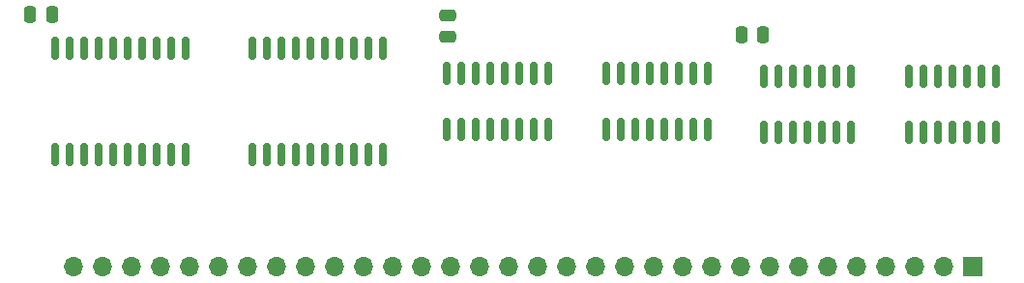
<source format=gbr>
%TF.GenerationSoftware,KiCad,Pcbnew,(6.0.0-0)*%
%TF.CreationDate,2022-10-19T21:29:51-04:00*%
%TF.ProjectId,CPU-Instruction-Decoder,4350552d-496e-4737-9472-756374696f6e,rev?*%
%TF.SameCoordinates,Original*%
%TF.FileFunction,Soldermask,Top*%
%TF.FilePolarity,Negative*%
%FSLAX46Y46*%
G04 Gerber Fmt 4.6, Leading zero omitted, Abs format (unit mm)*
G04 Created by KiCad (PCBNEW (6.0.0-0)) date 2022-10-19 21:29:51*
%MOMM*%
%LPD*%
G01*
G04 APERTURE LIST*
G04 Aperture macros list*
%AMRoundRect*
0 Rectangle with rounded corners*
0 $1 Rounding radius*
0 $2 $3 $4 $5 $6 $7 $8 $9 X,Y pos of 4 corners*
0 Add a 4 corners polygon primitive as box body*
4,1,4,$2,$3,$4,$5,$6,$7,$8,$9,$2,$3,0*
0 Add four circle primitives for the rounded corners*
1,1,$1+$1,$2,$3*
1,1,$1+$1,$4,$5*
1,1,$1+$1,$6,$7*
1,1,$1+$1,$8,$9*
0 Add four rect primitives between the rounded corners*
20,1,$1+$1,$2,$3,$4,$5,0*
20,1,$1+$1,$4,$5,$6,$7,0*
20,1,$1+$1,$6,$7,$8,$9,0*
20,1,$1+$1,$8,$9,$2,$3,0*%
G04 Aperture macros list end*
%ADD10RoundRect,0.250000X0.250000X0.475000X-0.250000X0.475000X-0.250000X-0.475000X0.250000X-0.475000X0*%
%ADD11RoundRect,0.150000X0.150000X-0.825000X0.150000X0.825000X-0.150000X0.825000X-0.150000X-0.825000X0*%
%ADD12R,1.700000X1.700000*%
%ADD13O,1.700000X1.700000*%
%ADD14RoundRect,0.150000X0.150000X-0.875000X0.150000X0.875000X-0.150000X0.875000X-0.150000X-0.875000X0*%
%ADD15RoundRect,0.250000X0.475000X-0.250000X0.475000X0.250000X-0.475000X0.250000X-0.475000X-0.250000X0*%
G04 APERTURE END LIST*
D10*
%TO.C,C3*%
X320482000Y-201168000D03*
X318582000Y-201168000D03*
%TD*%
D11*
%TO.C,U8*%
X320548000Y-209739000D03*
X321818000Y-209739000D03*
X323088000Y-209739000D03*
X324358000Y-209739000D03*
X325628000Y-209739000D03*
X326898000Y-209739000D03*
X328168000Y-209739000D03*
X328168000Y-204789000D03*
X326898000Y-204789000D03*
X325628000Y-204789000D03*
X324358000Y-204789000D03*
X323088000Y-204789000D03*
X321818000Y-204789000D03*
X320548000Y-204789000D03*
%TD*%
%TO.C,U10*%
X306705000Y-209485000D03*
X307975000Y-209485000D03*
X309245000Y-209485000D03*
X310515000Y-209485000D03*
X311785000Y-209485000D03*
X313055000Y-209485000D03*
X314325000Y-209485000D03*
X315595000Y-209485000D03*
X315595000Y-204535000D03*
X314325000Y-204535000D03*
X313055000Y-204535000D03*
X311785000Y-204535000D03*
X310515000Y-204535000D03*
X309245000Y-204535000D03*
X307975000Y-204535000D03*
X306705000Y-204535000D03*
%TD*%
D12*
%TO.C,J1*%
X338836000Y-221488000D03*
D13*
X336296000Y-221488000D03*
X333756000Y-221488000D03*
X331216000Y-221488000D03*
X328676000Y-221488000D03*
X326136000Y-221488000D03*
X323596000Y-221488000D03*
X321056000Y-221488000D03*
X318516000Y-221488000D03*
X315976000Y-221488000D03*
X313436000Y-221488000D03*
X310896000Y-221488000D03*
X308356000Y-221488000D03*
X305816000Y-221488000D03*
X303276000Y-221488000D03*
X300736000Y-221488000D03*
X298196000Y-221488000D03*
X295656000Y-221488000D03*
X293116000Y-221488000D03*
X290576000Y-221488000D03*
X288036000Y-221488000D03*
X285496000Y-221488000D03*
X282956000Y-221488000D03*
X280416000Y-221488000D03*
X277876000Y-221488000D03*
X275336000Y-221488000D03*
X272796000Y-221488000D03*
X270256000Y-221488000D03*
X267716000Y-221488000D03*
X265176000Y-221488000D03*
X262636000Y-221488000D03*
X260096000Y-221488000D03*
%TD*%
D10*
%TO.C,C1*%
X258186000Y-199390000D03*
X256286000Y-199390000D03*
%TD*%
D14*
%TO.C,U1*%
X258445000Y-211660000D03*
X259715000Y-211660000D03*
X260985000Y-211660000D03*
X262255000Y-211660000D03*
X263525000Y-211660000D03*
X264795000Y-211660000D03*
X266065000Y-211660000D03*
X267335000Y-211660000D03*
X268605000Y-211660000D03*
X269875000Y-211660000D03*
X269875000Y-202360000D03*
X268605000Y-202360000D03*
X267335000Y-202360000D03*
X266065000Y-202360000D03*
X264795000Y-202360000D03*
X263525000Y-202360000D03*
X262255000Y-202360000D03*
X260985000Y-202360000D03*
X259715000Y-202360000D03*
X258445000Y-202360000D03*
%TD*%
%TO.C,U4*%
X275717000Y-211660000D03*
X276987000Y-211660000D03*
X278257000Y-211660000D03*
X279527000Y-211660000D03*
X280797000Y-211660000D03*
X282067000Y-211660000D03*
X283337000Y-211660000D03*
X284607000Y-211660000D03*
X285877000Y-211660000D03*
X287147000Y-211660000D03*
X287147000Y-202360000D03*
X285877000Y-202360000D03*
X284607000Y-202360000D03*
X283337000Y-202360000D03*
X282067000Y-202360000D03*
X280797000Y-202360000D03*
X279527000Y-202360000D03*
X278257000Y-202360000D03*
X276987000Y-202360000D03*
X275717000Y-202360000D03*
%TD*%
D11*
%TO.C,U9*%
X333248000Y-209739000D03*
X334518000Y-209739000D03*
X335788000Y-209739000D03*
X337058000Y-209739000D03*
X338328000Y-209739000D03*
X339598000Y-209739000D03*
X340868000Y-209739000D03*
X340868000Y-204789000D03*
X339598000Y-204789000D03*
X338328000Y-204789000D03*
X337058000Y-204789000D03*
X335788000Y-204789000D03*
X334518000Y-204789000D03*
X333248000Y-204789000D03*
%TD*%
D15*
%TO.C,C2*%
X292862000Y-201356000D03*
X292862000Y-199456000D03*
%TD*%
D11*
%TO.C,U6*%
X292735000Y-209485000D03*
X294005000Y-209485000D03*
X295275000Y-209485000D03*
X296545000Y-209485000D03*
X297815000Y-209485000D03*
X299085000Y-209485000D03*
X300355000Y-209485000D03*
X301625000Y-209485000D03*
X301625000Y-204535000D03*
X300355000Y-204535000D03*
X299085000Y-204535000D03*
X297815000Y-204535000D03*
X296545000Y-204535000D03*
X295275000Y-204535000D03*
X294005000Y-204535000D03*
X292735000Y-204535000D03*
%TD*%
M02*

</source>
